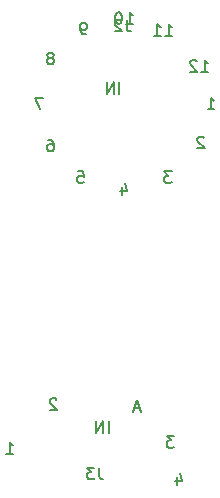
<source format=gbr>
%TF.GenerationSoftware,KiCad,Pcbnew,6.0.10-86aedd382b~118~ubuntu20.04.1*%
%TF.CreationDate,2024-03-07T10:40:57-05:00*%
%TF.ProjectId,dash_connector_adapter,64617368-5f63-46f6-9e6e-6563746f725f,rev?*%
%TF.SameCoordinates,Original*%
%TF.FileFunction,Legend,Bot*%
%TF.FilePolarity,Positive*%
%FSLAX46Y46*%
G04 Gerber Fmt 4.6, Leading zero omitted, Abs format (unit mm)*
G04 Created by KiCad (PCBNEW 6.0.10-86aedd382b~118~ubuntu20.04.1) date 2024-03-07 10:40:57*
%MOMM*%
%LPD*%
G01*
G04 APERTURE LIST*
%ADD10C,0.150000*%
G04 APERTURE END LIST*
D10*
X148478809Y-87066380D02*
X148478809Y-86066380D01*
X148002619Y-87066380D02*
X148002619Y-86066380D01*
X147431190Y-87066380D01*
X147431190Y-86066380D01*
X149367809Y-58364380D02*
X149367809Y-57364380D01*
X148891619Y-58364380D02*
X148891619Y-57364380D01*
X148320190Y-58364380D01*
X148320190Y-57364380D01*
%TO.C,J3*%
X147653333Y-89978380D02*
X147653333Y-90692666D01*
X147700952Y-90835523D01*
X147796190Y-90930761D01*
X147939047Y-90978380D01*
X148034285Y-90978380D01*
X147272380Y-89978380D02*
X146653333Y-89978380D01*
X146986666Y-90359333D01*
X146843809Y-90359333D01*
X146748571Y-90406952D01*
X146700952Y-90454571D01*
X146653333Y-90549809D01*
X146653333Y-90787904D01*
X146700952Y-90883142D01*
X146748571Y-90930761D01*
X146843809Y-90978380D01*
X147129523Y-90978380D01*
X147224761Y-90930761D01*
X147272380Y-90883142D01*
X154003333Y-87303380D02*
X153384285Y-87303380D01*
X153717619Y-87684333D01*
X153574761Y-87684333D01*
X153479523Y-87731952D01*
X153431904Y-87779571D01*
X153384285Y-87874809D01*
X153384285Y-88112904D01*
X153431904Y-88208142D01*
X153479523Y-88255761D01*
X153574761Y-88303380D01*
X153860476Y-88303380D01*
X153955714Y-88255761D01*
X154003333Y-88208142D01*
X154241523Y-90811714D02*
X154241523Y-91478380D01*
X154479619Y-90430761D02*
X154717714Y-91145047D01*
X154098666Y-91145047D01*
X144049714Y-84223619D02*
X144002095Y-84176000D01*
X143906857Y-84128380D01*
X143668761Y-84128380D01*
X143573523Y-84176000D01*
X143525904Y-84223619D01*
X143478285Y-84318857D01*
X143478285Y-84414095D01*
X143525904Y-84556952D01*
X144097333Y-85128380D01*
X143478285Y-85128380D01*
X139795285Y-88811380D02*
X140366714Y-88811380D01*
X140081000Y-88811380D02*
X140081000Y-87811380D01*
X140176238Y-87954238D01*
X140271476Y-88049476D01*
X140366714Y-88097095D01*
X151114095Y-84969666D02*
X150637904Y-84969666D01*
X151209333Y-85255380D02*
X150876000Y-84255380D01*
X150542666Y-85255380D01*
%TO.C,J2*%
X149986333Y-52054380D02*
X149986333Y-52768666D01*
X150033952Y-52911523D01*
X150129190Y-53006761D01*
X150272047Y-53054380D01*
X150367285Y-53054380D01*
X149557761Y-52149619D02*
X149510142Y-52102000D01*
X149414904Y-52054380D01*
X149176809Y-52054380D01*
X149081571Y-52102000D01*
X149033952Y-52149619D01*
X148986333Y-52244857D01*
X148986333Y-52340095D01*
X149033952Y-52482952D01*
X149605380Y-53054380D01*
X148986333Y-53054380D01*
X153796333Y-64881380D02*
X153177285Y-64881380D01*
X153510619Y-65262333D01*
X153367761Y-65262333D01*
X153272523Y-65309952D01*
X153224904Y-65357571D01*
X153177285Y-65452809D01*
X153177285Y-65690904D01*
X153224904Y-65786142D01*
X153272523Y-65833761D01*
X153367761Y-65881380D01*
X153653476Y-65881380D01*
X153748714Y-65833761D01*
X153796333Y-65786142D01*
X146541476Y-53308380D02*
X146351000Y-53308380D01*
X146255761Y-53260761D01*
X146208142Y-53213142D01*
X146112904Y-53070285D01*
X146065285Y-52879809D01*
X146065285Y-52498857D01*
X146112904Y-52403619D01*
X146160523Y-52356000D01*
X146255761Y-52308380D01*
X146446238Y-52308380D01*
X146541476Y-52356000D01*
X146589095Y-52403619D01*
X146636714Y-52498857D01*
X146636714Y-52736952D01*
X146589095Y-52832190D01*
X146541476Y-52879809D01*
X146446238Y-52927428D01*
X146255761Y-52927428D01*
X146160523Y-52879809D01*
X146112904Y-52832190D01*
X146065285Y-52736952D01*
X145858904Y-64881380D02*
X146335095Y-64881380D01*
X146382714Y-65357571D01*
X146335095Y-65309952D01*
X146239857Y-65262333D01*
X146001761Y-65262333D01*
X145906523Y-65309952D01*
X145858904Y-65357571D01*
X145811285Y-65452809D01*
X145811285Y-65690904D01*
X145858904Y-65786142D01*
X145906523Y-65833761D01*
X146001761Y-65881380D01*
X146239857Y-65881380D01*
X146335095Y-65833761D01*
X146382714Y-65786142D01*
X156542714Y-62055619D02*
X156495095Y-62008000D01*
X156399857Y-61960380D01*
X156161761Y-61960380D01*
X156066523Y-62008000D01*
X156018904Y-62055619D01*
X155971285Y-62150857D01*
X155971285Y-62246095D01*
X156018904Y-62388952D01*
X156590333Y-62960380D01*
X155971285Y-62960380D01*
X153272476Y-53435380D02*
X153843904Y-53435380D01*
X153558190Y-53435380D02*
X153558190Y-52435380D01*
X153653428Y-52578238D01*
X153748666Y-52673476D01*
X153843904Y-52721095D01*
X152320095Y-53435380D02*
X152891523Y-53435380D01*
X152605809Y-53435380D02*
X152605809Y-52435380D01*
X152701047Y-52578238D01*
X152796285Y-52673476D01*
X152891523Y-52721095D01*
X156860285Y-59658380D02*
X157431714Y-59658380D01*
X157146000Y-59658380D02*
X157146000Y-58658380D01*
X157241238Y-58801238D01*
X157336476Y-58896476D01*
X157431714Y-58944095D01*
X143366523Y-62214380D02*
X143557000Y-62214380D01*
X143652238Y-62262000D01*
X143699857Y-62309619D01*
X143795095Y-62452476D01*
X143842714Y-62642952D01*
X143842714Y-63023904D01*
X143795095Y-63119142D01*
X143747476Y-63166761D01*
X143652238Y-63214380D01*
X143461761Y-63214380D01*
X143366523Y-63166761D01*
X143318904Y-63119142D01*
X143271285Y-63023904D01*
X143271285Y-62785809D01*
X143318904Y-62690571D01*
X143366523Y-62642952D01*
X143461761Y-62595333D01*
X143652238Y-62595333D01*
X143747476Y-62642952D01*
X143795095Y-62690571D01*
X143842714Y-62785809D01*
X156320476Y-56483380D02*
X156891904Y-56483380D01*
X156606190Y-56483380D02*
X156606190Y-55483380D01*
X156701428Y-55626238D01*
X156796666Y-55721476D01*
X156891904Y-55769095D01*
X155939523Y-55578619D02*
X155891904Y-55531000D01*
X155796666Y-55483380D01*
X155558571Y-55483380D01*
X155463333Y-55531000D01*
X155415714Y-55578619D01*
X155368095Y-55673857D01*
X155368095Y-55769095D01*
X155415714Y-55911952D01*
X155987142Y-56483380D01*
X155368095Y-56483380D01*
X149589523Y-66230714D02*
X149589523Y-66897380D01*
X149827619Y-65849761D02*
X150065714Y-66564047D01*
X149446666Y-66564047D01*
X143652238Y-55276952D02*
X143747476Y-55229333D01*
X143795095Y-55181714D01*
X143842714Y-55086476D01*
X143842714Y-55038857D01*
X143795095Y-54943619D01*
X143747476Y-54896000D01*
X143652238Y-54848380D01*
X143461761Y-54848380D01*
X143366523Y-54896000D01*
X143318904Y-54943619D01*
X143271285Y-55038857D01*
X143271285Y-55086476D01*
X143318904Y-55181714D01*
X143366523Y-55229333D01*
X143461761Y-55276952D01*
X143652238Y-55276952D01*
X143747476Y-55324571D01*
X143795095Y-55372190D01*
X143842714Y-55467428D01*
X143842714Y-55657904D01*
X143795095Y-55753142D01*
X143747476Y-55800761D01*
X143652238Y-55848380D01*
X143461761Y-55848380D01*
X143366523Y-55800761D01*
X143318904Y-55753142D01*
X143271285Y-55657904D01*
X143271285Y-55467428D01*
X143318904Y-55372190D01*
X143366523Y-55324571D01*
X143461761Y-55276952D01*
X142874333Y-58658380D02*
X142207666Y-58658380D01*
X142636238Y-59658380D01*
X149970476Y-52419380D02*
X150541904Y-52419380D01*
X150256190Y-52419380D02*
X150256190Y-51419380D01*
X150351428Y-51562238D01*
X150446666Y-51657476D01*
X150541904Y-51705095D01*
X149351428Y-51419380D02*
X149256190Y-51419380D01*
X149160952Y-51467000D01*
X149113333Y-51514619D01*
X149065714Y-51609857D01*
X149018095Y-51800333D01*
X149018095Y-52038428D01*
X149065714Y-52228904D01*
X149113333Y-52324142D01*
X149160952Y-52371761D01*
X149256190Y-52419380D01*
X149351428Y-52419380D01*
X149446666Y-52371761D01*
X149494285Y-52324142D01*
X149541904Y-52228904D01*
X149589523Y-52038428D01*
X149589523Y-51800333D01*
X149541904Y-51609857D01*
X149494285Y-51514619D01*
X149446666Y-51467000D01*
X149351428Y-51419380D01*
%TD*%
M02*

</source>
